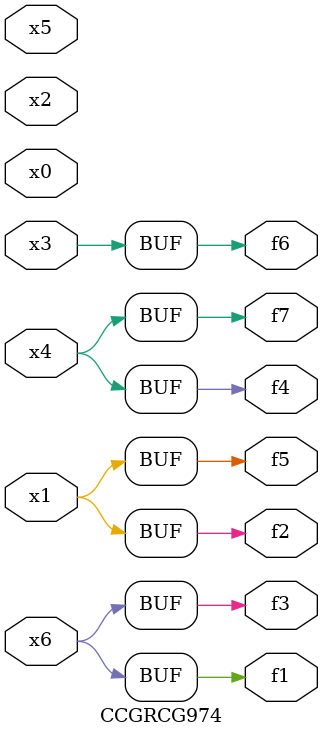
<source format=v>
module CCGRCG974(
	input x0, x1, x2, x3, x4, x5, x6,
	output f1, f2, f3, f4, f5, f6, f7
);
	assign f1 = x6;
	assign f2 = x1;
	assign f3 = x6;
	assign f4 = x4;
	assign f5 = x1;
	assign f6 = x3;
	assign f7 = x4;
endmodule

</source>
